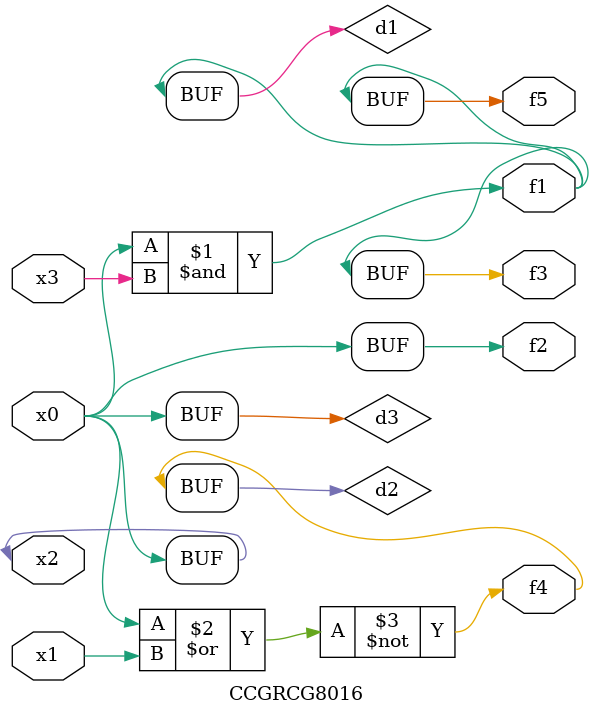
<source format=v>
module CCGRCG8016(
	input x0, x1, x2, x3,
	output f1, f2, f3, f4, f5
);

	wire d1, d2, d3;

	and (d1, x2, x3);
	nor (d2, x0, x1);
	buf (d3, x0, x2);
	assign f1 = d1;
	assign f2 = d3;
	assign f3 = d1;
	assign f4 = d2;
	assign f5 = d1;
endmodule

</source>
